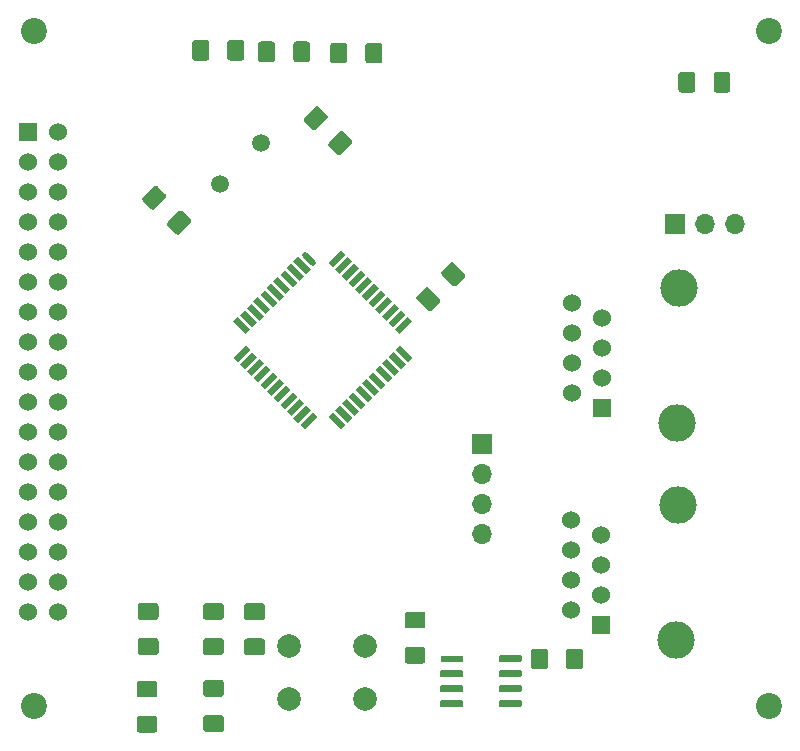
<source format=gbr>
%TF.GenerationSoftware,KiCad,Pcbnew,5.1.5-52549c5~84~ubuntu18.04.1*%
%TF.CreationDate,2020-01-27T10:34:20+01:00*%
%TF.ProjectId,sboxnet-modul,73626f78-6e65-4742-9d6d-6f64756c2e6b,rev?*%
%TF.SameCoordinates,Original*%
%TF.FileFunction,Soldermask,Top*%
%TF.FilePolarity,Negative*%
%FSLAX46Y46*%
G04 Gerber Fmt 4.6, Leading zero omitted, Abs format (unit mm)*
G04 Created by KiCad (PCBNEW 5.1.5-52549c5~84~ubuntu18.04.1) date 2020-01-27 10:34:20*
%MOMM*%
%LPD*%
G04 APERTURE LIST*
%ADD10C,3.170000*%
%ADD11R,1.524000X1.524000*%
%ADD12C,1.524000*%
%ADD13O,1.700000X1.700000*%
%ADD14R,1.700000X1.700000*%
%ADD15C,0.100000*%
%ADD16C,2.200000*%
%ADD17C,0.550000*%
%ADD18C,1.500000*%
%ADD19R,1.950000X0.600000*%
%ADD20C,2.000000*%
G04 APERTURE END LIST*
D10*
X143534460Y-92850000D03*
X143410000Y-104315000D03*
D11*
X137060000Y-103040000D03*
D12*
X134520000Y-101770000D03*
X137060000Y-100500000D03*
X134520000Y-99230000D03*
X137060000Y-97960000D03*
X137060000Y-95420000D03*
X134520000Y-96695000D03*
X134520000Y-94155000D03*
D13*
X148320000Y-87440000D03*
X145780000Y-87440000D03*
D14*
X143240000Y-87440000D03*
D10*
X143431260Y-111217000D03*
X143306800Y-122682000D03*
D11*
X136956800Y-121407000D03*
D12*
X134416800Y-120137000D03*
X136956800Y-118867000D03*
X134416800Y-117597000D03*
X136956800Y-116327000D03*
X136956800Y-113787000D03*
X134416800Y-115062000D03*
X134416800Y-112522000D03*
D15*
G36*
X132222504Y-123408404D02*
G01*
X132246773Y-123412004D01*
X132270571Y-123417965D01*
X132293671Y-123426230D01*
X132315849Y-123436720D01*
X132336893Y-123449333D01*
X132356598Y-123463947D01*
X132374777Y-123480423D01*
X132391253Y-123498602D01*
X132405867Y-123518307D01*
X132418480Y-123539351D01*
X132428970Y-123561529D01*
X132437235Y-123584629D01*
X132443196Y-123608427D01*
X132446796Y-123632696D01*
X132448000Y-123657200D01*
X132448000Y-124907200D01*
X132446796Y-124931704D01*
X132443196Y-124955973D01*
X132437235Y-124979771D01*
X132428970Y-125002871D01*
X132418480Y-125025049D01*
X132405867Y-125046093D01*
X132391253Y-125065798D01*
X132374777Y-125083977D01*
X132356598Y-125100453D01*
X132336893Y-125115067D01*
X132315849Y-125127680D01*
X132293671Y-125138170D01*
X132270571Y-125146435D01*
X132246773Y-125152396D01*
X132222504Y-125155996D01*
X132198000Y-125157200D01*
X131273000Y-125157200D01*
X131248496Y-125155996D01*
X131224227Y-125152396D01*
X131200429Y-125146435D01*
X131177329Y-125138170D01*
X131155151Y-125127680D01*
X131134107Y-125115067D01*
X131114402Y-125100453D01*
X131096223Y-125083977D01*
X131079747Y-125065798D01*
X131065133Y-125046093D01*
X131052520Y-125025049D01*
X131042030Y-125002871D01*
X131033765Y-124979771D01*
X131027804Y-124955973D01*
X131024204Y-124931704D01*
X131023000Y-124907200D01*
X131023000Y-123657200D01*
X131024204Y-123632696D01*
X131027804Y-123608427D01*
X131033765Y-123584629D01*
X131042030Y-123561529D01*
X131052520Y-123539351D01*
X131065133Y-123518307D01*
X131079747Y-123498602D01*
X131096223Y-123480423D01*
X131114402Y-123463947D01*
X131134107Y-123449333D01*
X131155151Y-123436720D01*
X131177329Y-123426230D01*
X131200429Y-123417965D01*
X131224227Y-123412004D01*
X131248496Y-123408404D01*
X131273000Y-123407200D01*
X132198000Y-123407200D01*
X132222504Y-123408404D01*
G37*
G36*
X135197504Y-123408404D02*
G01*
X135221773Y-123412004D01*
X135245571Y-123417965D01*
X135268671Y-123426230D01*
X135290849Y-123436720D01*
X135311893Y-123449333D01*
X135331598Y-123463947D01*
X135349777Y-123480423D01*
X135366253Y-123498602D01*
X135380867Y-123518307D01*
X135393480Y-123539351D01*
X135403970Y-123561529D01*
X135412235Y-123584629D01*
X135418196Y-123608427D01*
X135421796Y-123632696D01*
X135423000Y-123657200D01*
X135423000Y-124907200D01*
X135421796Y-124931704D01*
X135418196Y-124955973D01*
X135412235Y-124979771D01*
X135403970Y-125002871D01*
X135393480Y-125025049D01*
X135380867Y-125046093D01*
X135366253Y-125065798D01*
X135349777Y-125083977D01*
X135331598Y-125100453D01*
X135311893Y-125115067D01*
X135290849Y-125127680D01*
X135268671Y-125138170D01*
X135245571Y-125146435D01*
X135221773Y-125152396D01*
X135197504Y-125155996D01*
X135173000Y-125157200D01*
X134248000Y-125157200D01*
X134223496Y-125155996D01*
X134199227Y-125152396D01*
X134175429Y-125146435D01*
X134152329Y-125138170D01*
X134130151Y-125127680D01*
X134109107Y-125115067D01*
X134089402Y-125100453D01*
X134071223Y-125083977D01*
X134054747Y-125065798D01*
X134040133Y-125046093D01*
X134027520Y-125025049D01*
X134017030Y-125002871D01*
X134008765Y-124979771D01*
X134002804Y-124955973D01*
X133999204Y-124931704D01*
X133998000Y-124907200D01*
X133998000Y-123657200D01*
X133999204Y-123632696D01*
X134002804Y-123608427D01*
X134008765Y-123584629D01*
X134017030Y-123561529D01*
X134027520Y-123539351D01*
X134040133Y-123518307D01*
X134054747Y-123498602D01*
X134071223Y-123480423D01*
X134089402Y-123463947D01*
X134109107Y-123449333D01*
X134130151Y-123436720D01*
X134152329Y-123426230D01*
X134175429Y-123417965D01*
X134199227Y-123412004D01*
X134223496Y-123408404D01*
X134248000Y-123407200D01*
X135173000Y-123407200D01*
X135197504Y-123408404D01*
G37*
D16*
X88900000Y-71120000D03*
X88900000Y-128270000D03*
X151130000Y-128270000D03*
X151130000Y-71120000D03*
D15*
G36*
X114251806Y-91122448D02*
G01*
X113862898Y-90733540D01*
X114923558Y-89672880D01*
X115312466Y-90061788D01*
X114251806Y-91122448D01*
G37*
G36*
X114817491Y-91688134D02*
G01*
X114428583Y-91299226D01*
X115489243Y-90238566D01*
X115878151Y-90627474D01*
X114817491Y-91688134D01*
G37*
G36*
X115383176Y-92253819D02*
G01*
X114994268Y-91864911D01*
X116054928Y-90804251D01*
X116443836Y-91193159D01*
X115383176Y-92253819D01*
G37*
G36*
X115948862Y-92819504D02*
G01*
X115559954Y-92430596D01*
X116620614Y-91369936D01*
X117009522Y-91758844D01*
X115948862Y-92819504D01*
G37*
G36*
X116514547Y-93385190D02*
G01*
X116125639Y-92996282D01*
X117186299Y-91935622D01*
X117575207Y-92324530D01*
X116514547Y-93385190D01*
G37*
G36*
X117080233Y-93950875D02*
G01*
X116691325Y-93561967D01*
X117751985Y-92501307D01*
X118140893Y-92890215D01*
X117080233Y-93950875D01*
G37*
G36*
X117645918Y-94516561D02*
G01*
X117257010Y-94127653D01*
X118317670Y-93066993D01*
X118706578Y-93455901D01*
X117645918Y-94516561D01*
G37*
G36*
X118211604Y-95082246D02*
G01*
X117822696Y-94693338D01*
X118883356Y-93632678D01*
X119272264Y-94021586D01*
X118211604Y-95082246D01*
G37*
G36*
X118777289Y-95647932D02*
G01*
X118388381Y-95259024D01*
X119449041Y-94198364D01*
X119837949Y-94587272D01*
X118777289Y-95647932D01*
G37*
G36*
X119342974Y-96213617D02*
G01*
X118954066Y-95824709D01*
X120014726Y-94764049D01*
X120403634Y-95152957D01*
X119342974Y-96213617D01*
G37*
G36*
X119908660Y-96779302D02*
G01*
X119519752Y-96390394D01*
X120580412Y-95329734D01*
X120969320Y-95718642D01*
X119908660Y-96779302D01*
G37*
G36*
X119519752Y-98122806D02*
G01*
X119908660Y-97733898D01*
X120969320Y-98794558D01*
X120580412Y-99183466D01*
X119519752Y-98122806D01*
G37*
G36*
X118954066Y-98688491D02*
G01*
X119342974Y-98299583D01*
X120403634Y-99360243D01*
X120014726Y-99749151D01*
X118954066Y-98688491D01*
G37*
G36*
X118388381Y-99254176D02*
G01*
X118777289Y-98865268D01*
X119837949Y-99925928D01*
X119449041Y-100314836D01*
X118388381Y-99254176D01*
G37*
G36*
X117822696Y-99819862D02*
G01*
X118211604Y-99430954D01*
X119272264Y-100491614D01*
X118883356Y-100880522D01*
X117822696Y-99819862D01*
G37*
G36*
X117257010Y-100385547D02*
G01*
X117645918Y-99996639D01*
X118706578Y-101057299D01*
X118317670Y-101446207D01*
X117257010Y-100385547D01*
G37*
G36*
X116691325Y-100951233D02*
G01*
X117080233Y-100562325D01*
X118140893Y-101622985D01*
X117751985Y-102011893D01*
X116691325Y-100951233D01*
G37*
G36*
X116125639Y-101516918D02*
G01*
X116514547Y-101128010D01*
X117575207Y-102188670D01*
X117186299Y-102577578D01*
X116125639Y-101516918D01*
G37*
G36*
X115559954Y-102082604D02*
G01*
X115948862Y-101693696D01*
X117009522Y-102754356D01*
X116620614Y-103143264D01*
X115559954Y-102082604D01*
G37*
G36*
X114994268Y-102648289D02*
G01*
X115383176Y-102259381D01*
X116443836Y-103320041D01*
X116054928Y-103708949D01*
X114994268Y-102648289D01*
G37*
G36*
X114428583Y-103213974D02*
G01*
X114817491Y-102825066D01*
X115878151Y-103885726D01*
X115489243Y-104274634D01*
X114428583Y-103213974D01*
G37*
G36*
X113862898Y-103779660D02*
G01*
X114251806Y-103390752D01*
X115312466Y-104451412D01*
X114923558Y-104840320D01*
X113862898Y-103779660D01*
G37*
G36*
X111847642Y-104840320D02*
G01*
X111458734Y-104451412D01*
X112519394Y-103390752D01*
X112908302Y-103779660D01*
X111847642Y-104840320D01*
G37*
G36*
X111281957Y-104274634D02*
G01*
X110893049Y-103885726D01*
X111953709Y-102825066D01*
X112342617Y-103213974D01*
X111281957Y-104274634D01*
G37*
G36*
X110716272Y-103708949D02*
G01*
X110327364Y-103320041D01*
X111388024Y-102259381D01*
X111776932Y-102648289D01*
X110716272Y-103708949D01*
G37*
G36*
X110150586Y-103143264D02*
G01*
X109761678Y-102754356D01*
X110822338Y-101693696D01*
X111211246Y-102082604D01*
X110150586Y-103143264D01*
G37*
G36*
X109584901Y-102577578D02*
G01*
X109195993Y-102188670D01*
X110256653Y-101128010D01*
X110645561Y-101516918D01*
X109584901Y-102577578D01*
G37*
G36*
X109019215Y-102011893D02*
G01*
X108630307Y-101622985D01*
X109690967Y-100562325D01*
X110079875Y-100951233D01*
X109019215Y-102011893D01*
G37*
G36*
X108453530Y-101446207D02*
G01*
X108064622Y-101057299D01*
X109125282Y-99996639D01*
X109514190Y-100385547D01*
X108453530Y-101446207D01*
G37*
G36*
X107887844Y-100880522D02*
G01*
X107498936Y-100491614D01*
X108559596Y-99430954D01*
X108948504Y-99819862D01*
X107887844Y-100880522D01*
G37*
G36*
X107322159Y-100314836D02*
G01*
X106933251Y-99925928D01*
X107993911Y-98865268D01*
X108382819Y-99254176D01*
X107322159Y-100314836D01*
G37*
G36*
X106756474Y-99749151D02*
G01*
X106367566Y-99360243D01*
X107428226Y-98299583D01*
X107817134Y-98688491D01*
X106756474Y-99749151D01*
G37*
G36*
X106190788Y-99183466D02*
G01*
X105801880Y-98794558D01*
X106862540Y-97733898D01*
X107251448Y-98122806D01*
X106190788Y-99183466D01*
G37*
G36*
X105801880Y-95718642D02*
G01*
X106190788Y-95329734D01*
X107251448Y-96390394D01*
X106862540Y-96779302D01*
X105801880Y-95718642D01*
G37*
G36*
X106367566Y-95152957D02*
G01*
X106756474Y-94764049D01*
X107817134Y-95824709D01*
X107428226Y-96213617D01*
X106367566Y-95152957D01*
G37*
G36*
X106933251Y-94587272D02*
G01*
X107322159Y-94198364D01*
X108382819Y-95259024D01*
X107993911Y-95647932D01*
X106933251Y-94587272D01*
G37*
G36*
X107498936Y-94021586D02*
G01*
X107887844Y-93632678D01*
X108948504Y-94693338D01*
X108559596Y-95082246D01*
X107498936Y-94021586D01*
G37*
G36*
X108064622Y-93455901D02*
G01*
X108453530Y-93066993D01*
X109514190Y-94127653D01*
X109125282Y-94516561D01*
X108064622Y-93455901D01*
G37*
G36*
X108630307Y-92890215D02*
G01*
X109019215Y-92501307D01*
X110079875Y-93561967D01*
X109690967Y-93950875D01*
X108630307Y-92890215D01*
G37*
G36*
X109195993Y-92324530D02*
G01*
X109584901Y-91935622D01*
X110645561Y-92996282D01*
X110256653Y-93385190D01*
X109195993Y-92324530D01*
G37*
G36*
X109761678Y-91758844D02*
G01*
X110150586Y-91369936D01*
X111211246Y-92430596D01*
X110822338Y-92819504D01*
X109761678Y-91758844D01*
G37*
G36*
X110327364Y-91193159D02*
G01*
X110716272Y-90804251D01*
X111776932Y-91864911D01*
X111388024Y-92253819D01*
X110327364Y-91193159D01*
G37*
G36*
X110893049Y-90627474D02*
G01*
X111281957Y-90238566D01*
X112342617Y-91299226D01*
X111953709Y-91688134D01*
X110893049Y-90627474D01*
G37*
D17*
X111847642Y-90061788D02*
X112519394Y-90733540D01*
D18*
X108140681Y-80619319D03*
X104690000Y-84070000D03*
D15*
G36*
X115011230Y-79604046D02*
G01*
X115035499Y-79607646D01*
X115059297Y-79613607D01*
X115082397Y-79621872D01*
X115104575Y-79632362D01*
X115125619Y-79644975D01*
X115145324Y-79659589D01*
X115163503Y-79676065D01*
X115817577Y-80330139D01*
X115834053Y-80348318D01*
X115848667Y-80368023D01*
X115861280Y-80389067D01*
X115871770Y-80411245D01*
X115880035Y-80434345D01*
X115885996Y-80458143D01*
X115889596Y-80482412D01*
X115890800Y-80506916D01*
X115889596Y-80531420D01*
X115885996Y-80555689D01*
X115880035Y-80579487D01*
X115871770Y-80602587D01*
X115861280Y-80624765D01*
X115848667Y-80645809D01*
X115834053Y-80665514D01*
X115817577Y-80683693D01*
X114933693Y-81567577D01*
X114915514Y-81584053D01*
X114895809Y-81598667D01*
X114874765Y-81611280D01*
X114852587Y-81621770D01*
X114829487Y-81630035D01*
X114805689Y-81635996D01*
X114781420Y-81639596D01*
X114756916Y-81640800D01*
X114732412Y-81639596D01*
X114708143Y-81635996D01*
X114684345Y-81630035D01*
X114661245Y-81621770D01*
X114639067Y-81611280D01*
X114618023Y-81598667D01*
X114598318Y-81584053D01*
X114580139Y-81567577D01*
X113926065Y-80913503D01*
X113909589Y-80895324D01*
X113894975Y-80875619D01*
X113882362Y-80854575D01*
X113871872Y-80832397D01*
X113863607Y-80809297D01*
X113857646Y-80785499D01*
X113854046Y-80761230D01*
X113852842Y-80736726D01*
X113854046Y-80712222D01*
X113857646Y-80687953D01*
X113863607Y-80664155D01*
X113871872Y-80641055D01*
X113882362Y-80618877D01*
X113894975Y-80597833D01*
X113909589Y-80578128D01*
X113926065Y-80559949D01*
X114809949Y-79676065D01*
X114828128Y-79659589D01*
X114847833Y-79644975D01*
X114868877Y-79632362D01*
X114891055Y-79621872D01*
X114914155Y-79613607D01*
X114937953Y-79607646D01*
X114962222Y-79604046D01*
X114986726Y-79602842D01*
X115011230Y-79604046D01*
G37*
G36*
X112907588Y-77500404D02*
G01*
X112931857Y-77504004D01*
X112955655Y-77509965D01*
X112978755Y-77518230D01*
X113000933Y-77528720D01*
X113021977Y-77541333D01*
X113041682Y-77555947D01*
X113059861Y-77572423D01*
X113713935Y-78226497D01*
X113730411Y-78244676D01*
X113745025Y-78264381D01*
X113757638Y-78285425D01*
X113768128Y-78307603D01*
X113776393Y-78330703D01*
X113782354Y-78354501D01*
X113785954Y-78378770D01*
X113787158Y-78403274D01*
X113785954Y-78427778D01*
X113782354Y-78452047D01*
X113776393Y-78475845D01*
X113768128Y-78498945D01*
X113757638Y-78521123D01*
X113745025Y-78542167D01*
X113730411Y-78561872D01*
X113713935Y-78580051D01*
X112830051Y-79463935D01*
X112811872Y-79480411D01*
X112792167Y-79495025D01*
X112771123Y-79507638D01*
X112748945Y-79518128D01*
X112725845Y-79526393D01*
X112702047Y-79532354D01*
X112677778Y-79535954D01*
X112653274Y-79537158D01*
X112628770Y-79535954D01*
X112604501Y-79532354D01*
X112580703Y-79526393D01*
X112557603Y-79518128D01*
X112535425Y-79507638D01*
X112514381Y-79495025D01*
X112494676Y-79480411D01*
X112476497Y-79463935D01*
X111822423Y-78809861D01*
X111805947Y-78791682D01*
X111791333Y-78771977D01*
X111778720Y-78750933D01*
X111768230Y-78728755D01*
X111759965Y-78705655D01*
X111754004Y-78681857D01*
X111750404Y-78657588D01*
X111749200Y-78633084D01*
X111750404Y-78608580D01*
X111754004Y-78584311D01*
X111759965Y-78560513D01*
X111768230Y-78537413D01*
X111778720Y-78515235D01*
X111791333Y-78494191D01*
X111805947Y-78474486D01*
X111822423Y-78456307D01*
X112706307Y-77572423D01*
X112724486Y-77555947D01*
X112744191Y-77541333D01*
X112765235Y-77528720D01*
X112787413Y-77518230D01*
X112810513Y-77509965D01*
X112834311Y-77504004D01*
X112858580Y-77500404D01*
X112883084Y-77499200D01*
X112907588Y-77500404D01*
G37*
G36*
X99257588Y-84220404D02*
G01*
X99281857Y-84224004D01*
X99305655Y-84229965D01*
X99328755Y-84238230D01*
X99350933Y-84248720D01*
X99371977Y-84261333D01*
X99391682Y-84275947D01*
X99409861Y-84292423D01*
X100063935Y-84946497D01*
X100080411Y-84964676D01*
X100095025Y-84984381D01*
X100107638Y-85005425D01*
X100118128Y-85027603D01*
X100126393Y-85050703D01*
X100132354Y-85074501D01*
X100135954Y-85098770D01*
X100137158Y-85123274D01*
X100135954Y-85147778D01*
X100132354Y-85172047D01*
X100126393Y-85195845D01*
X100118128Y-85218945D01*
X100107638Y-85241123D01*
X100095025Y-85262167D01*
X100080411Y-85281872D01*
X100063935Y-85300051D01*
X99180051Y-86183935D01*
X99161872Y-86200411D01*
X99142167Y-86215025D01*
X99121123Y-86227638D01*
X99098945Y-86238128D01*
X99075845Y-86246393D01*
X99052047Y-86252354D01*
X99027778Y-86255954D01*
X99003274Y-86257158D01*
X98978770Y-86255954D01*
X98954501Y-86252354D01*
X98930703Y-86246393D01*
X98907603Y-86238128D01*
X98885425Y-86227638D01*
X98864381Y-86215025D01*
X98844676Y-86200411D01*
X98826497Y-86183935D01*
X98172423Y-85529861D01*
X98155947Y-85511682D01*
X98141333Y-85491977D01*
X98128720Y-85470933D01*
X98118230Y-85448755D01*
X98109965Y-85425655D01*
X98104004Y-85401857D01*
X98100404Y-85377588D01*
X98099200Y-85353084D01*
X98100404Y-85328580D01*
X98104004Y-85304311D01*
X98109965Y-85280513D01*
X98118230Y-85257413D01*
X98128720Y-85235235D01*
X98141333Y-85214191D01*
X98155947Y-85194486D01*
X98172423Y-85176307D01*
X99056307Y-84292423D01*
X99074486Y-84275947D01*
X99094191Y-84261333D01*
X99115235Y-84248720D01*
X99137413Y-84238230D01*
X99160513Y-84229965D01*
X99184311Y-84224004D01*
X99208580Y-84220404D01*
X99233084Y-84219200D01*
X99257588Y-84220404D01*
G37*
G36*
X101361230Y-86324046D02*
G01*
X101385499Y-86327646D01*
X101409297Y-86333607D01*
X101432397Y-86341872D01*
X101454575Y-86352362D01*
X101475619Y-86364975D01*
X101495324Y-86379589D01*
X101513503Y-86396065D01*
X102167577Y-87050139D01*
X102184053Y-87068318D01*
X102198667Y-87088023D01*
X102211280Y-87109067D01*
X102221770Y-87131245D01*
X102230035Y-87154345D01*
X102235996Y-87178143D01*
X102239596Y-87202412D01*
X102240800Y-87226916D01*
X102239596Y-87251420D01*
X102235996Y-87275689D01*
X102230035Y-87299487D01*
X102221770Y-87322587D01*
X102211280Y-87344765D01*
X102198667Y-87365809D01*
X102184053Y-87385514D01*
X102167577Y-87403693D01*
X101283693Y-88287577D01*
X101265514Y-88304053D01*
X101245809Y-88318667D01*
X101224765Y-88331280D01*
X101202587Y-88341770D01*
X101179487Y-88350035D01*
X101155689Y-88355996D01*
X101131420Y-88359596D01*
X101106916Y-88360800D01*
X101082412Y-88359596D01*
X101058143Y-88355996D01*
X101034345Y-88350035D01*
X101011245Y-88341770D01*
X100989067Y-88331280D01*
X100968023Y-88318667D01*
X100948318Y-88304053D01*
X100930139Y-88287577D01*
X100276065Y-87633503D01*
X100259589Y-87615324D01*
X100244975Y-87595619D01*
X100232362Y-87574575D01*
X100221872Y-87552397D01*
X100213607Y-87529297D01*
X100207646Y-87505499D01*
X100204046Y-87481230D01*
X100202842Y-87456726D01*
X100204046Y-87432222D01*
X100207646Y-87407953D01*
X100213607Y-87384155D01*
X100221872Y-87361055D01*
X100232362Y-87338877D01*
X100244975Y-87317833D01*
X100259589Y-87298128D01*
X100276065Y-87279949D01*
X101159949Y-86396065D01*
X101178128Y-86379589D01*
X101197833Y-86364975D01*
X101218877Y-86352362D01*
X101241055Y-86341872D01*
X101264155Y-86333607D01*
X101287953Y-86327646D01*
X101312222Y-86324046D01*
X101336726Y-86322842D01*
X101361230Y-86324046D01*
G37*
G36*
X103533204Y-71884504D02*
G01*
X103557473Y-71888104D01*
X103581271Y-71894065D01*
X103604371Y-71902330D01*
X103626549Y-71912820D01*
X103647593Y-71925433D01*
X103667298Y-71940047D01*
X103685477Y-71956523D01*
X103701953Y-71974702D01*
X103716567Y-71994407D01*
X103729180Y-72015451D01*
X103739670Y-72037629D01*
X103747935Y-72060729D01*
X103753896Y-72084527D01*
X103757496Y-72108796D01*
X103758700Y-72133300D01*
X103758700Y-73383300D01*
X103757496Y-73407804D01*
X103753896Y-73432073D01*
X103747935Y-73455871D01*
X103739670Y-73478971D01*
X103729180Y-73501149D01*
X103716567Y-73522193D01*
X103701953Y-73541898D01*
X103685477Y-73560077D01*
X103667298Y-73576553D01*
X103647593Y-73591167D01*
X103626549Y-73603780D01*
X103604371Y-73614270D01*
X103581271Y-73622535D01*
X103557473Y-73628496D01*
X103533204Y-73632096D01*
X103508700Y-73633300D01*
X102583700Y-73633300D01*
X102559196Y-73632096D01*
X102534927Y-73628496D01*
X102511129Y-73622535D01*
X102488029Y-73614270D01*
X102465851Y-73603780D01*
X102444807Y-73591167D01*
X102425102Y-73576553D01*
X102406923Y-73560077D01*
X102390447Y-73541898D01*
X102375833Y-73522193D01*
X102363220Y-73501149D01*
X102352730Y-73478971D01*
X102344465Y-73455871D01*
X102338504Y-73432073D01*
X102334904Y-73407804D01*
X102333700Y-73383300D01*
X102333700Y-72133300D01*
X102334904Y-72108796D01*
X102338504Y-72084527D01*
X102344465Y-72060729D01*
X102352730Y-72037629D01*
X102363220Y-72015451D01*
X102375833Y-71994407D01*
X102390447Y-71974702D01*
X102406923Y-71956523D01*
X102425102Y-71940047D01*
X102444807Y-71925433D01*
X102465851Y-71912820D01*
X102488029Y-71902330D01*
X102511129Y-71894065D01*
X102534927Y-71888104D01*
X102559196Y-71884504D01*
X102583700Y-71883300D01*
X103508700Y-71883300D01*
X103533204Y-71884504D01*
G37*
G36*
X106508204Y-71884504D02*
G01*
X106532473Y-71888104D01*
X106556271Y-71894065D01*
X106579371Y-71902330D01*
X106601549Y-71912820D01*
X106622593Y-71925433D01*
X106642298Y-71940047D01*
X106660477Y-71956523D01*
X106676953Y-71974702D01*
X106691567Y-71994407D01*
X106704180Y-72015451D01*
X106714670Y-72037629D01*
X106722935Y-72060729D01*
X106728896Y-72084527D01*
X106732496Y-72108796D01*
X106733700Y-72133300D01*
X106733700Y-73383300D01*
X106732496Y-73407804D01*
X106728896Y-73432073D01*
X106722935Y-73455871D01*
X106714670Y-73478971D01*
X106704180Y-73501149D01*
X106691567Y-73522193D01*
X106676953Y-73541898D01*
X106660477Y-73560077D01*
X106642298Y-73576553D01*
X106622593Y-73591167D01*
X106601549Y-73603780D01*
X106579371Y-73614270D01*
X106556271Y-73622535D01*
X106532473Y-73628496D01*
X106508204Y-73632096D01*
X106483700Y-73633300D01*
X105558700Y-73633300D01*
X105534196Y-73632096D01*
X105509927Y-73628496D01*
X105486129Y-73622535D01*
X105463029Y-73614270D01*
X105440851Y-73603780D01*
X105419807Y-73591167D01*
X105400102Y-73576553D01*
X105381923Y-73560077D01*
X105365447Y-73541898D01*
X105350833Y-73522193D01*
X105338220Y-73501149D01*
X105327730Y-73478971D01*
X105319465Y-73455871D01*
X105313504Y-73432073D01*
X105309904Y-73407804D01*
X105308700Y-73383300D01*
X105308700Y-72133300D01*
X105309904Y-72108796D01*
X105313504Y-72084527D01*
X105319465Y-72060729D01*
X105327730Y-72037629D01*
X105338220Y-72015451D01*
X105350833Y-71994407D01*
X105365447Y-71974702D01*
X105381923Y-71956523D01*
X105400102Y-71940047D01*
X105419807Y-71925433D01*
X105440851Y-71912820D01*
X105463029Y-71902330D01*
X105486129Y-71894065D01*
X105509927Y-71888104D01*
X105534196Y-71884504D01*
X105558700Y-71883300D01*
X106483700Y-71883300D01*
X106508204Y-71884504D01*
G37*
G36*
X130086103Y-123982922D02*
G01*
X130100664Y-123985082D01*
X130114943Y-123988659D01*
X130128803Y-123993618D01*
X130142110Y-123999912D01*
X130154736Y-124007480D01*
X130166559Y-124016248D01*
X130177466Y-124026134D01*
X130187352Y-124037041D01*
X130196120Y-124048864D01*
X130203688Y-124061490D01*
X130209982Y-124074797D01*
X130214941Y-124088657D01*
X130218518Y-124102936D01*
X130220678Y-124117497D01*
X130221400Y-124132200D01*
X130221400Y-124432200D01*
X130220678Y-124446903D01*
X130218518Y-124461464D01*
X130214941Y-124475743D01*
X130209982Y-124489603D01*
X130203688Y-124502910D01*
X130196120Y-124515536D01*
X130187352Y-124527359D01*
X130177466Y-124538266D01*
X130166559Y-124548152D01*
X130154736Y-124556920D01*
X130142110Y-124564488D01*
X130128803Y-124570782D01*
X130114943Y-124575741D01*
X130100664Y-124579318D01*
X130086103Y-124581478D01*
X130071400Y-124582200D01*
X128421400Y-124582200D01*
X128406697Y-124581478D01*
X128392136Y-124579318D01*
X128377857Y-124575741D01*
X128363997Y-124570782D01*
X128350690Y-124564488D01*
X128338064Y-124556920D01*
X128326241Y-124548152D01*
X128315334Y-124538266D01*
X128305448Y-124527359D01*
X128296680Y-124515536D01*
X128289112Y-124502910D01*
X128282818Y-124489603D01*
X128277859Y-124475743D01*
X128274282Y-124461464D01*
X128272122Y-124446903D01*
X128271400Y-124432200D01*
X128271400Y-124132200D01*
X128272122Y-124117497D01*
X128274282Y-124102936D01*
X128277859Y-124088657D01*
X128282818Y-124074797D01*
X128289112Y-124061490D01*
X128296680Y-124048864D01*
X128305448Y-124037041D01*
X128315334Y-124026134D01*
X128326241Y-124016248D01*
X128338064Y-124007480D01*
X128350690Y-123999912D01*
X128363997Y-123993618D01*
X128377857Y-123988659D01*
X128392136Y-123985082D01*
X128406697Y-123982922D01*
X128421400Y-123982200D01*
X130071400Y-123982200D01*
X130086103Y-123982922D01*
G37*
G36*
X130086103Y-125252922D02*
G01*
X130100664Y-125255082D01*
X130114943Y-125258659D01*
X130128803Y-125263618D01*
X130142110Y-125269912D01*
X130154736Y-125277480D01*
X130166559Y-125286248D01*
X130177466Y-125296134D01*
X130187352Y-125307041D01*
X130196120Y-125318864D01*
X130203688Y-125331490D01*
X130209982Y-125344797D01*
X130214941Y-125358657D01*
X130218518Y-125372936D01*
X130220678Y-125387497D01*
X130221400Y-125402200D01*
X130221400Y-125702200D01*
X130220678Y-125716903D01*
X130218518Y-125731464D01*
X130214941Y-125745743D01*
X130209982Y-125759603D01*
X130203688Y-125772910D01*
X130196120Y-125785536D01*
X130187352Y-125797359D01*
X130177466Y-125808266D01*
X130166559Y-125818152D01*
X130154736Y-125826920D01*
X130142110Y-125834488D01*
X130128803Y-125840782D01*
X130114943Y-125845741D01*
X130100664Y-125849318D01*
X130086103Y-125851478D01*
X130071400Y-125852200D01*
X128421400Y-125852200D01*
X128406697Y-125851478D01*
X128392136Y-125849318D01*
X128377857Y-125845741D01*
X128363997Y-125840782D01*
X128350690Y-125834488D01*
X128338064Y-125826920D01*
X128326241Y-125818152D01*
X128315334Y-125808266D01*
X128305448Y-125797359D01*
X128296680Y-125785536D01*
X128289112Y-125772910D01*
X128282818Y-125759603D01*
X128277859Y-125745743D01*
X128274282Y-125731464D01*
X128272122Y-125716903D01*
X128271400Y-125702200D01*
X128271400Y-125402200D01*
X128272122Y-125387497D01*
X128274282Y-125372936D01*
X128277859Y-125358657D01*
X128282818Y-125344797D01*
X128289112Y-125331490D01*
X128296680Y-125318864D01*
X128305448Y-125307041D01*
X128315334Y-125296134D01*
X128326241Y-125286248D01*
X128338064Y-125277480D01*
X128350690Y-125269912D01*
X128363997Y-125263618D01*
X128377857Y-125258659D01*
X128392136Y-125255082D01*
X128406697Y-125252922D01*
X128421400Y-125252200D01*
X130071400Y-125252200D01*
X130086103Y-125252922D01*
G37*
G36*
X130086103Y-126522922D02*
G01*
X130100664Y-126525082D01*
X130114943Y-126528659D01*
X130128803Y-126533618D01*
X130142110Y-126539912D01*
X130154736Y-126547480D01*
X130166559Y-126556248D01*
X130177466Y-126566134D01*
X130187352Y-126577041D01*
X130196120Y-126588864D01*
X130203688Y-126601490D01*
X130209982Y-126614797D01*
X130214941Y-126628657D01*
X130218518Y-126642936D01*
X130220678Y-126657497D01*
X130221400Y-126672200D01*
X130221400Y-126972200D01*
X130220678Y-126986903D01*
X130218518Y-127001464D01*
X130214941Y-127015743D01*
X130209982Y-127029603D01*
X130203688Y-127042910D01*
X130196120Y-127055536D01*
X130187352Y-127067359D01*
X130177466Y-127078266D01*
X130166559Y-127088152D01*
X130154736Y-127096920D01*
X130142110Y-127104488D01*
X130128803Y-127110782D01*
X130114943Y-127115741D01*
X130100664Y-127119318D01*
X130086103Y-127121478D01*
X130071400Y-127122200D01*
X128421400Y-127122200D01*
X128406697Y-127121478D01*
X128392136Y-127119318D01*
X128377857Y-127115741D01*
X128363997Y-127110782D01*
X128350690Y-127104488D01*
X128338064Y-127096920D01*
X128326241Y-127088152D01*
X128315334Y-127078266D01*
X128305448Y-127067359D01*
X128296680Y-127055536D01*
X128289112Y-127042910D01*
X128282818Y-127029603D01*
X128277859Y-127015743D01*
X128274282Y-127001464D01*
X128272122Y-126986903D01*
X128271400Y-126972200D01*
X128271400Y-126672200D01*
X128272122Y-126657497D01*
X128274282Y-126642936D01*
X128277859Y-126628657D01*
X128282818Y-126614797D01*
X128289112Y-126601490D01*
X128296680Y-126588864D01*
X128305448Y-126577041D01*
X128315334Y-126566134D01*
X128326241Y-126556248D01*
X128338064Y-126547480D01*
X128350690Y-126539912D01*
X128363997Y-126533618D01*
X128377857Y-126528659D01*
X128392136Y-126525082D01*
X128406697Y-126522922D01*
X128421400Y-126522200D01*
X130071400Y-126522200D01*
X130086103Y-126522922D01*
G37*
G36*
X130086103Y-127792922D02*
G01*
X130100664Y-127795082D01*
X130114943Y-127798659D01*
X130128803Y-127803618D01*
X130142110Y-127809912D01*
X130154736Y-127817480D01*
X130166559Y-127826248D01*
X130177466Y-127836134D01*
X130187352Y-127847041D01*
X130196120Y-127858864D01*
X130203688Y-127871490D01*
X130209982Y-127884797D01*
X130214941Y-127898657D01*
X130218518Y-127912936D01*
X130220678Y-127927497D01*
X130221400Y-127942200D01*
X130221400Y-128242200D01*
X130220678Y-128256903D01*
X130218518Y-128271464D01*
X130214941Y-128285743D01*
X130209982Y-128299603D01*
X130203688Y-128312910D01*
X130196120Y-128325536D01*
X130187352Y-128337359D01*
X130177466Y-128348266D01*
X130166559Y-128358152D01*
X130154736Y-128366920D01*
X130142110Y-128374488D01*
X130128803Y-128380782D01*
X130114943Y-128385741D01*
X130100664Y-128389318D01*
X130086103Y-128391478D01*
X130071400Y-128392200D01*
X128421400Y-128392200D01*
X128406697Y-128391478D01*
X128392136Y-128389318D01*
X128377857Y-128385741D01*
X128363997Y-128380782D01*
X128350690Y-128374488D01*
X128338064Y-128366920D01*
X128326241Y-128358152D01*
X128315334Y-128348266D01*
X128305448Y-128337359D01*
X128296680Y-128325536D01*
X128289112Y-128312910D01*
X128282818Y-128299603D01*
X128277859Y-128285743D01*
X128274282Y-128271464D01*
X128272122Y-128256903D01*
X128271400Y-128242200D01*
X128271400Y-127942200D01*
X128272122Y-127927497D01*
X128274282Y-127912936D01*
X128277859Y-127898657D01*
X128282818Y-127884797D01*
X128289112Y-127871490D01*
X128296680Y-127858864D01*
X128305448Y-127847041D01*
X128315334Y-127836134D01*
X128326241Y-127826248D01*
X128338064Y-127817480D01*
X128350690Y-127809912D01*
X128363997Y-127803618D01*
X128377857Y-127798659D01*
X128392136Y-127795082D01*
X128406697Y-127792922D01*
X128421400Y-127792200D01*
X130071400Y-127792200D01*
X130086103Y-127792922D01*
G37*
G36*
X125136103Y-127792922D02*
G01*
X125150664Y-127795082D01*
X125164943Y-127798659D01*
X125178803Y-127803618D01*
X125192110Y-127809912D01*
X125204736Y-127817480D01*
X125216559Y-127826248D01*
X125227466Y-127836134D01*
X125237352Y-127847041D01*
X125246120Y-127858864D01*
X125253688Y-127871490D01*
X125259982Y-127884797D01*
X125264941Y-127898657D01*
X125268518Y-127912936D01*
X125270678Y-127927497D01*
X125271400Y-127942200D01*
X125271400Y-128242200D01*
X125270678Y-128256903D01*
X125268518Y-128271464D01*
X125264941Y-128285743D01*
X125259982Y-128299603D01*
X125253688Y-128312910D01*
X125246120Y-128325536D01*
X125237352Y-128337359D01*
X125227466Y-128348266D01*
X125216559Y-128358152D01*
X125204736Y-128366920D01*
X125192110Y-128374488D01*
X125178803Y-128380782D01*
X125164943Y-128385741D01*
X125150664Y-128389318D01*
X125136103Y-128391478D01*
X125121400Y-128392200D01*
X123471400Y-128392200D01*
X123456697Y-128391478D01*
X123442136Y-128389318D01*
X123427857Y-128385741D01*
X123413997Y-128380782D01*
X123400690Y-128374488D01*
X123388064Y-128366920D01*
X123376241Y-128358152D01*
X123365334Y-128348266D01*
X123355448Y-128337359D01*
X123346680Y-128325536D01*
X123339112Y-128312910D01*
X123332818Y-128299603D01*
X123327859Y-128285743D01*
X123324282Y-128271464D01*
X123322122Y-128256903D01*
X123321400Y-128242200D01*
X123321400Y-127942200D01*
X123322122Y-127927497D01*
X123324282Y-127912936D01*
X123327859Y-127898657D01*
X123332818Y-127884797D01*
X123339112Y-127871490D01*
X123346680Y-127858864D01*
X123355448Y-127847041D01*
X123365334Y-127836134D01*
X123376241Y-127826248D01*
X123388064Y-127817480D01*
X123400690Y-127809912D01*
X123413997Y-127803618D01*
X123427857Y-127798659D01*
X123442136Y-127795082D01*
X123456697Y-127792922D01*
X123471400Y-127792200D01*
X125121400Y-127792200D01*
X125136103Y-127792922D01*
G37*
G36*
X125136103Y-126522922D02*
G01*
X125150664Y-126525082D01*
X125164943Y-126528659D01*
X125178803Y-126533618D01*
X125192110Y-126539912D01*
X125204736Y-126547480D01*
X125216559Y-126556248D01*
X125227466Y-126566134D01*
X125237352Y-126577041D01*
X125246120Y-126588864D01*
X125253688Y-126601490D01*
X125259982Y-126614797D01*
X125264941Y-126628657D01*
X125268518Y-126642936D01*
X125270678Y-126657497D01*
X125271400Y-126672200D01*
X125271400Y-126972200D01*
X125270678Y-126986903D01*
X125268518Y-127001464D01*
X125264941Y-127015743D01*
X125259982Y-127029603D01*
X125253688Y-127042910D01*
X125246120Y-127055536D01*
X125237352Y-127067359D01*
X125227466Y-127078266D01*
X125216559Y-127088152D01*
X125204736Y-127096920D01*
X125192110Y-127104488D01*
X125178803Y-127110782D01*
X125164943Y-127115741D01*
X125150664Y-127119318D01*
X125136103Y-127121478D01*
X125121400Y-127122200D01*
X123471400Y-127122200D01*
X123456697Y-127121478D01*
X123442136Y-127119318D01*
X123427857Y-127115741D01*
X123413997Y-127110782D01*
X123400690Y-127104488D01*
X123388064Y-127096920D01*
X123376241Y-127088152D01*
X123365334Y-127078266D01*
X123355448Y-127067359D01*
X123346680Y-127055536D01*
X123339112Y-127042910D01*
X123332818Y-127029603D01*
X123327859Y-127015743D01*
X123324282Y-127001464D01*
X123322122Y-126986903D01*
X123321400Y-126972200D01*
X123321400Y-126672200D01*
X123322122Y-126657497D01*
X123324282Y-126642936D01*
X123327859Y-126628657D01*
X123332818Y-126614797D01*
X123339112Y-126601490D01*
X123346680Y-126588864D01*
X123355448Y-126577041D01*
X123365334Y-126566134D01*
X123376241Y-126556248D01*
X123388064Y-126547480D01*
X123400690Y-126539912D01*
X123413997Y-126533618D01*
X123427857Y-126528659D01*
X123442136Y-126525082D01*
X123456697Y-126522922D01*
X123471400Y-126522200D01*
X125121400Y-126522200D01*
X125136103Y-126522922D01*
G37*
G36*
X125136103Y-125252922D02*
G01*
X125150664Y-125255082D01*
X125164943Y-125258659D01*
X125178803Y-125263618D01*
X125192110Y-125269912D01*
X125204736Y-125277480D01*
X125216559Y-125286248D01*
X125227466Y-125296134D01*
X125237352Y-125307041D01*
X125246120Y-125318864D01*
X125253688Y-125331490D01*
X125259982Y-125344797D01*
X125264941Y-125358657D01*
X125268518Y-125372936D01*
X125270678Y-125387497D01*
X125271400Y-125402200D01*
X125271400Y-125702200D01*
X125270678Y-125716903D01*
X125268518Y-125731464D01*
X125264941Y-125745743D01*
X125259982Y-125759603D01*
X125253688Y-125772910D01*
X125246120Y-125785536D01*
X125237352Y-125797359D01*
X125227466Y-125808266D01*
X125216559Y-125818152D01*
X125204736Y-125826920D01*
X125192110Y-125834488D01*
X125178803Y-125840782D01*
X125164943Y-125845741D01*
X125150664Y-125849318D01*
X125136103Y-125851478D01*
X125121400Y-125852200D01*
X123471400Y-125852200D01*
X123456697Y-125851478D01*
X123442136Y-125849318D01*
X123427857Y-125845741D01*
X123413997Y-125840782D01*
X123400690Y-125834488D01*
X123388064Y-125826920D01*
X123376241Y-125818152D01*
X123365334Y-125808266D01*
X123355448Y-125797359D01*
X123346680Y-125785536D01*
X123339112Y-125772910D01*
X123332818Y-125759603D01*
X123327859Y-125745743D01*
X123324282Y-125731464D01*
X123322122Y-125716903D01*
X123321400Y-125702200D01*
X123321400Y-125402200D01*
X123322122Y-125387497D01*
X123324282Y-125372936D01*
X123327859Y-125358657D01*
X123332818Y-125344797D01*
X123339112Y-125331490D01*
X123346680Y-125318864D01*
X123355448Y-125307041D01*
X123365334Y-125296134D01*
X123376241Y-125286248D01*
X123388064Y-125277480D01*
X123400690Y-125269912D01*
X123413997Y-125263618D01*
X123427857Y-125258659D01*
X123442136Y-125255082D01*
X123456697Y-125252922D01*
X123471400Y-125252200D01*
X125121400Y-125252200D01*
X125136103Y-125252922D01*
G37*
D19*
X124296400Y-124282200D03*
D20*
X116990000Y-127690000D03*
X110490000Y-127690000D03*
X116990000Y-123190000D03*
X110490000Y-123190000D03*
D15*
G36*
X122237778Y-92824046D02*
G01*
X122262047Y-92827646D01*
X122285845Y-92833607D01*
X122308945Y-92841872D01*
X122331123Y-92852362D01*
X122352167Y-92864975D01*
X122371872Y-92879589D01*
X122390051Y-92896065D01*
X123273935Y-93779949D01*
X123290411Y-93798128D01*
X123305025Y-93817833D01*
X123317638Y-93838877D01*
X123328128Y-93861055D01*
X123336393Y-93884155D01*
X123342354Y-93907953D01*
X123345954Y-93932222D01*
X123347158Y-93956726D01*
X123345954Y-93981230D01*
X123342354Y-94005499D01*
X123336393Y-94029297D01*
X123328128Y-94052397D01*
X123317638Y-94074575D01*
X123305025Y-94095619D01*
X123290411Y-94115324D01*
X123273935Y-94133503D01*
X122619861Y-94787577D01*
X122601682Y-94804053D01*
X122581977Y-94818667D01*
X122560933Y-94831280D01*
X122538755Y-94841770D01*
X122515655Y-94850035D01*
X122491857Y-94855996D01*
X122467588Y-94859596D01*
X122443084Y-94860800D01*
X122418580Y-94859596D01*
X122394311Y-94855996D01*
X122370513Y-94850035D01*
X122347413Y-94841770D01*
X122325235Y-94831280D01*
X122304191Y-94818667D01*
X122284486Y-94804053D01*
X122266307Y-94787577D01*
X121382423Y-93903693D01*
X121365947Y-93885514D01*
X121351333Y-93865809D01*
X121338720Y-93844765D01*
X121328230Y-93822587D01*
X121319965Y-93799487D01*
X121314004Y-93775689D01*
X121310404Y-93751420D01*
X121309200Y-93726916D01*
X121310404Y-93702412D01*
X121314004Y-93678143D01*
X121319965Y-93654345D01*
X121328230Y-93631245D01*
X121338720Y-93609067D01*
X121351333Y-93588023D01*
X121365947Y-93568318D01*
X121382423Y-93550139D01*
X122036497Y-92896065D01*
X122054676Y-92879589D01*
X122074381Y-92864975D01*
X122095425Y-92852362D01*
X122117603Y-92841872D01*
X122140703Y-92833607D01*
X122164501Y-92827646D01*
X122188770Y-92824046D01*
X122213274Y-92822842D01*
X122237778Y-92824046D01*
G37*
G36*
X124341420Y-90720404D02*
G01*
X124365689Y-90724004D01*
X124389487Y-90729965D01*
X124412587Y-90738230D01*
X124434765Y-90748720D01*
X124455809Y-90761333D01*
X124475514Y-90775947D01*
X124493693Y-90792423D01*
X125377577Y-91676307D01*
X125394053Y-91694486D01*
X125408667Y-91714191D01*
X125421280Y-91735235D01*
X125431770Y-91757413D01*
X125440035Y-91780513D01*
X125445996Y-91804311D01*
X125449596Y-91828580D01*
X125450800Y-91853084D01*
X125449596Y-91877588D01*
X125445996Y-91901857D01*
X125440035Y-91925655D01*
X125431770Y-91948755D01*
X125421280Y-91970933D01*
X125408667Y-91991977D01*
X125394053Y-92011682D01*
X125377577Y-92029861D01*
X124723503Y-92683935D01*
X124705324Y-92700411D01*
X124685619Y-92715025D01*
X124664575Y-92727638D01*
X124642397Y-92738128D01*
X124619297Y-92746393D01*
X124595499Y-92752354D01*
X124571230Y-92755954D01*
X124546726Y-92757158D01*
X124522222Y-92755954D01*
X124497953Y-92752354D01*
X124474155Y-92746393D01*
X124451055Y-92738128D01*
X124428877Y-92727638D01*
X124407833Y-92715025D01*
X124388128Y-92700411D01*
X124369949Y-92683935D01*
X123486065Y-91800051D01*
X123469589Y-91781872D01*
X123454975Y-91762167D01*
X123442362Y-91741123D01*
X123431872Y-91718945D01*
X123423607Y-91695845D01*
X123417646Y-91672047D01*
X123414046Y-91647778D01*
X123412842Y-91623274D01*
X123414046Y-91598770D01*
X123417646Y-91574501D01*
X123423607Y-91550703D01*
X123431872Y-91527603D01*
X123442362Y-91505425D01*
X123454975Y-91484381D01*
X123469589Y-91464676D01*
X123486065Y-91446497D01*
X124140139Y-90792423D01*
X124158318Y-90775947D01*
X124178023Y-90761333D01*
X124199067Y-90748720D01*
X124221245Y-90738230D01*
X124244345Y-90729965D01*
X124268143Y-90724004D01*
X124292412Y-90720404D01*
X124316916Y-90719200D01*
X124341420Y-90720404D01*
G37*
G36*
X108256604Y-119583104D02*
G01*
X108280873Y-119586704D01*
X108304671Y-119592665D01*
X108327771Y-119600930D01*
X108349949Y-119611420D01*
X108370993Y-119624033D01*
X108390698Y-119638647D01*
X108408877Y-119655123D01*
X108425353Y-119673302D01*
X108439967Y-119693007D01*
X108452580Y-119714051D01*
X108463070Y-119736229D01*
X108471335Y-119759329D01*
X108477296Y-119783127D01*
X108480896Y-119807396D01*
X108482100Y-119831900D01*
X108482100Y-120756900D01*
X108480896Y-120781404D01*
X108477296Y-120805673D01*
X108471335Y-120829471D01*
X108463070Y-120852571D01*
X108452580Y-120874749D01*
X108439967Y-120895793D01*
X108425353Y-120915498D01*
X108408877Y-120933677D01*
X108390698Y-120950153D01*
X108370993Y-120964767D01*
X108349949Y-120977380D01*
X108327771Y-120987870D01*
X108304671Y-120996135D01*
X108280873Y-121002096D01*
X108256604Y-121005696D01*
X108232100Y-121006900D01*
X106982100Y-121006900D01*
X106957596Y-121005696D01*
X106933327Y-121002096D01*
X106909529Y-120996135D01*
X106886429Y-120987870D01*
X106864251Y-120977380D01*
X106843207Y-120964767D01*
X106823502Y-120950153D01*
X106805323Y-120933677D01*
X106788847Y-120915498D01*
X106774233Y-120895793D01*
X106761620Y-120874749D01*
X106751130Y-120852571D01*
X106742865Y-120829471D01*
X106736904Y-120805673D01*
X106733304Y-120781404D01*
X106732100Y-120756900D01*
X106732100Y-119831900D01*
X106733304Y-119807396D01*
X106736904Y-119783127D01*
X106742865Y-119759329D01*
X106751130Y-119736229D01*
X106761620Y-119714051D01*
X106774233Y-119693007D01*
X106788847Y-119673302D01*
X106805323Y-119655123D01*
X106823502Y-119638647D01*
X106843207Y-119624033D01*
X106864251Y-119611420D01*
X106886429Y-119600930D01*
X106909529Y-119592665D01*
X106933327Y-119586704D01*
X106957596Y-119583104D01*
X106982100Y-119581900D01*
X108232100Y-119581900D01*
X108256604Y-119583104D01*
G37*
G36*
X108256604Y-122558104D02*
G01*
X108280873Y-122561704D01*
X108304671Y-122567665D01*
X108327771Y-122575930D01*
X108349949Y-122586420D01*
X108370993Y-122599033D01*
X108390698Y-122613647D01*
X108408877Y-122630123D01*
X108425353Y-122648302D01*
X108439967Y-122668007D01*
X108452580Y-122689051D01*
X108463070Y-122711229D01*
X108471335Y-122734329D01*
X108477296Y-122758127D01*
X108480896Y-122782396D01*
X108482100Y-122806900D01*
X108482100Y-123731900D01*
X108480896Y-123756404D01*
X108477296Y-123780673D01*
X108471335Y-123804471D01*
X108463070Y-123827571D01*
X108452580Y-123849749D01*
X108439967Y-123870793D01*
X108425353Y-123890498D01*
X108408877Y-123908677D01*
X108390698Y-123925153D01*
X108370993Y-123939767D01*
X108349949Y-123952380D01*
X108327771Y-123962870D01*
X108304671Y-123971135D01*
X108280873Y-123977096D01*
X108256604Y-123980696D01*
X108232100Y-123981900D01*
X106982100Y-123981900D01*
X106957596Y-123980696D01*
X106933327Y-123977096D01*
X106909529Y-123971135D01*
X106886429Y-123962870D01*
X106864251Y-123952380D01*
X106843207Y-123939767D01*
X106823502Y-123925153D01*
X106805323Y-123908677D01*
X106788847Y-123890498D01*
X106774233Y-123870793D01*
X106761620Y-123849749D01*
X106751130Y-123827571D01*
X106742865Y-123804471D01*
X106736904Y-123780673D01*
X106733304Y-123756404D01*
X106732100Y-123731900D01*
X106732100Y-122806900D01*
X106733304Y-122782396D01*
X106736904Y-122758127D01*
X106742865Y-122734329D01*
X106751130Y-122711229D01*
X106761620Y-122689051D01*
X106774233Y-122668007D01*
X106788847Y-122648302D01*
X106805323Y-122630123D01*
X106823502Y-122613647D01*
X106843207Y-122599033D01*
X106864251Y-122586420D01*
X106886429Y-122575930D01*
X106909529Y-122567665D01*
X106933327Y-122561704D01*
X106957596Y-122558104D01*
X106982100Y-122556900D01*
X108232100Y-122556900D01*
X108256604Y-122558104D01*
G37*
G36*
X99252304Y-122529504D02*
G01*
X99276573Y-122533104D01*
X99300371Y-122539065D01*
X99323471Y-122547330D01*
X99345649Y-122557820D01*
X99366693Y-122570433D01*
X99386398Y-122585047D01*
X99404577Y-122601523D01*
X99421053Y-122619702D01*
X99435667Y-122639407D01*
X99448280Y-122660451D01*
X99458770Y-122682629D01*
X99467035Y-122705729D01*
X99472996Y-122729527D01*
X99476596Y-122753796D01*
X99477800Y-122778300D01*
X99477800Y-123703300D01*
X99476596Y-123727804D01*
X99472996Y-123752073D01*
X99467035Y-123775871D01*
X99458770Y-123798971D01*
X99448280Y-123821149D01*
X99435667Y-123842193D01*
X99421053Y-123861898D01*
X99404577Y-123880077D01*
X99386398Y-123896553D01*
X99366693Y-123911167D01*
X99345649Y-123923780D01*
X99323471Y-123934270D01*
X99300371Y-123942535D01*
X99276573Y-123948496D01*
X99252304Y-123952096D01*
X99227800Y-123953300D01*
X97977800Y-123953300D01*
X97953296Y-123952096D01*
X97929027Y-123948496D01*
X97905229Y-123942535D01*
X97882129Y-123934270D01*
X97859951Y-123923780D01*
X97838907Y-123911167D01*
X97819202Y-123896553D01*
X97801023Y-123880077D01*
X97784547Y-123861898D01*
X97769933Y-123842193D01*
X97757320Y-123821149D01*
X97746830Y-123798971D01*
X97738565Y-123775871D01*
X97732604Y-123752073D01*
X97729004Y-123727804D01*
X97727800Y-123703300D01*
X97727800Y-122778300D01*
X97729004Y-122753796D01*
X97732604Y-122729527D01*
X97738565Y-122705729D01*
X97746830Y-122682629D01*
X97757320Y-122660451D01*
X97769933Y-122639407D01*
X97784547Y-122619702D01*
X97801023Y-122601523D01*
X97819202Y-122585047D01*
X97838907Y-122570433D01*
X97859951Y-122557820D01*
X97882129Y-122547330D01*
X97905229Y-122539065D01*
X97929027Y-122533104D01*
X97953296Y-122529504D01*
X97977800Y-122528300D01*
X99227800Y-122528300D01*
X99252304Y-122529504D01*
G37*
G36*
X99252304Y-119554504D02*
G01*
X99276573Y-119558104D01*
X99300371Y-119564065D01*
X99323471Y-119572330D01*
X99345649Y-119582820D01*
X99366693Y-119595433D01*
X99386398Y-119610047D01*
X99404577Y-119626523D01*
X99421053Y-119644702D01*
X99435667Y-119664407D01*
X99448280Y-119685451D01*
X99458770Y-119707629D01*
X99467035Y-119730729D01*
X99472996Y-119754527D01*
X99476596Y-119778796D01*
X99477800Y-119803300D01*
X99477800Y-120728300D01*
X99476596Y-120752804D01*
X99472996Y-120777073D01*
X99467035Y-120800871D01*
X99458770Y-120823971D01*
X99448280Y-120846149D01*
X99435667Y-120867193D01*
X99421053Y-120886898D01*
X99404577Y-120905077D01*
X99386398Y-120921553D01*
X99366693Y-120936167D01*
X99345649Y-120948780D01*
X99323471Y-120959270D01*
X99300371Y-120967535D01*
X99276573Y-120973496D01*
X99252304Y-120977096D01*
X99227800Y-120978300D01*
X97977800Y-120978300D01*
X97953296Y-120977096D01*
X97929027Y-120973496D01*
X97905229Y-120967535D01*
X97882129Y-120959270D01*
X97859951Y-120948780D01*
X97838907Y-120936167D01*
X97819202Y-120921553D01*
X97801023Y-120905077D01*
X97784547Y-120886898D01*
X97769933Y-120867193D01*
X97757320Y-120846149D01*
X97746830Y-120823971D01*
X97738565Y-120800871D01*
X97732604Y-120777073D01*
X97729004Y-120752804D01*
X97727800Y-120728300D01*
X97727800Y-119803300D01*
X97729004Y-119778796D01*
X97732604Y-119754527D01*
X97738565Y-119730729D01*
X97746830Y-119707629D01*
X97757320Y-119685451D01*
X97769933Y-119664407D01*
X97784547Y-119644702D01*
X97801023Y-119626523D01*
X97819202Y-119610047D01*
X97838907Y-119595433D01*
X97859951Y-119582820D01*
X97882129Y-119572330D01*
X97905229Y-119564065D01*
X97929027Y-119558104D01*
X97953296Y-119554504D01*
X97977800Y-119553300D01*
X99227800Y-119553300D01*
X99252304Y-119554504D01*
G37*
G36*
X104776804Y-122531104D02*
G01*
X104801073Y-122534704D01*
X104824871Y-122540665D01*
X104847971Y-122548930D01*
X104870149Y-122559420D01*
X104891193Y-122572033D01*
X104910898Y-122586647D01*
X104929077Y-122603123D01*
X104945553Y-122621302D01*
X104960167Y-122641007D01*
X104972780Y-122662051D01*
X104983270Y-122684229D01*
X104991535Y-122707329D01*
X104997496Y-122731127D01*
X105001096Y-122755396D01*
X105002300Y-122779900D01*
X105002300Y-123704900D01*
X105001096Y-123729404D01*
X104997496Y-123753673D01*
X104991535Y-123777471D01*
X104983270Y-123800571D01*
X104972780Y-123822749D01*
X104960167Y-123843793D01*
X104945553Y-123863498D01*
X104929077Y-123881677D01*
X104910898Y-123898153D01*
X104891193Y-123912767D01*
X104870149Y-123925380D01*
X104847971Y-123935870D01*
X104824871Y-123944135D01*
X104801073Y-123950096D01*
X104776804Y-123953696D01*
X104752300Y-123954900D01*
X103502300Y-123954900D01*
X103477796Y-123953696D01*
X103453527Y-123950096D01*
X103429729Y-123944135D01*
X103406629Y-123935870D01*
X103384451Y-123925380D01*
X103363407Y-123912767D01*
X103343702Y-123898153D01*
X103325523Y-123881677D01*
X103309047Y-123863498D01*
X103294433Y-123843793D01*
X103281820Y-123822749D01*
X103271330Y-123800571D01*
X103263065Y-123777471D01*
X103257104Y-123753673D01*
X103253504Y-123729404D01*
X103252300Y-123704900D01*
X103252300Y-122779900D01*
X103253504Y-122755396D01*
X103257104Y-122731127D01*
X103263065Y-122707329D01*
X103271330Y-122684229D01*
X103281820Y-122662051D01*
X103294433Y-122641007D01*
X103309047Y-122621302D01*
X103325523Y-122603123D01*
X103343702Y-122586647D01*
X103363407Y-122572033D01*
X103384451Y-122559420D01*
X103406629Y-122548930D01*
X103429729Y-122540665D01*
X103453527Y-122534704D01*
X103477796Y-122531104D01*
X103502300Y-122529900D01*
X104752300Y-122529900D01*
X104776804Y-122531104D01*
G37*
G36*
X104776804Y-119556104D02*
G01*
X104801073Y-119559704D01*
X104824871Y-119565665D01*
X104847971Y-119573930D01*
X104870149Y-119584420D01*
X104891193Y-119597033D01*
X104910898Y-119611647D01*
X104929077Y-119628123D01*
X104945553Y-119646302D01*
X104960167Y-119666007D01*
X104972780Y-119687051D01*
X104983270Y-119709229D01*
X104991535Y-119732329D01*
X104997496Y-119756127D01*
X105001096Y-119780396D01*
X105002300Y-119804900D01*
X105002300Y-120729900D01*
X105001096Y-120754404D01*
X104997496Y-120778673D01*
X104991535Y-120802471D01*
X104983270Y-120825571D01*
X104972780Y-120847749D01*
X104960167Y-120868793D01*
X104945553Y-120888498D01*
X104929077Y-120906677D01*
X104910898Y-120923153D01*
X104891193Y-120937767D01*
X104870149Y-120950380D01*
X104847971Y-120960870D01*
X104824871Y-120969135D01*
X104801073Y-120975096D01*
X104776804Y-120978696D01*
X104752300Y-120979900D01*
X103502300Y-120979900D01*
X103477796Y-120978696D01*
X103453527Y-120975096D01*
X103429729Y-120969135D01*
X103406629Y-120960870D01*
X103384451Y-120950380D01*
X103363407Y-120937767D01*
X103343702Y-120923153D01*
X103325523Y-120906677D01*
X103309047Y-120888498D01*
X103294433Y-120868793D01*
X103281820Y-120847749D01*
X103271330Y-120825571D01*
X103263065Y-120802471D01*
X103257104Y-120778673D01*
X103253504Y-120754404D01*
X103252300Y-120729900D01*
X103252300Y-119804900D01*
X103253504Y-119780396D01*
X103257104Y-119756127D01*
X103263065Y-119732329D01*
X103271330Y-119709229D01*
X103281820Y-119687051D01*
X103294433Y-119666007D01*
X103309047Y-119646302D01*
X103325523Y-119628123D01*
X103343702Y-119611647D01*
X103363407Y-119597033D01*
X103384451Y-119584420D01*
X103406629Y-119573930D01*
X103429729Y-119565665D01*
X103453527Y-119559704D01*
X103477796Y-119556104D01*
X103502300Y-119554900D01*
X104752300Y-119554900D01*
X104776804Y-119556104D01*
G37*
D12*
X90970100Y-102539800D03*
X90970100Y-120319800D03*
X90970100Y-99999800D03*
X90970100Y-84759800D03*
X90970100Y-87299800D03*
X90970100Y-92379800D03*
X90970100Y-97459800D03*
X90970100Y-89839800D03*
X90970100Y-94919800D03*
X90970100Y-105079800D03*
X90970100Y-107619800D03*
X90970100Y-82219800D03*
X90970100Y-115239800D03*
X90970100Y-117779800D03*
X90970100Y-110159800D03*
X90970100Y-112699800D03*
X90970100Y-79679800D03*
D11*
X88430100Y-79679800D03*
D12*
X88430100Y-82219800D03*
X88430100Y-84759800D03*
X88430100Y-87299800D03*
X88430100Y-89839800D03*
X88430100Y-92379800D03*
X88430100Y-94919800D03*
X88430100Y-97459800D03*
X88430100Y-99999800D03*
X88430100Y-102539800D03*
X88430100Y-105079800D03*
X88430100Y-107619800D03*
X88430100Y-110159800D03*
X88430100Y-112699800D03*
X88430100Y-115239800D03*
X88430100Y-117779800D03*
X88430100Y-120319800D03*
D13*
X126898400Y-113741200D03*
X126898400Y-111201200D03*
X126898400Y-108661200D03*
D14*
X126898400Y-106121200D03*
D15*
G36*
X118192204Y-72125804D02*
G01*
X118216473Y-72129404D01*
X118240271Y-72135365D01*
X118263371Y-72143630D01*
X118285549Y-72154120D01*
X118306593Y-72166733D01*
X118326298Y-72181347D01*
X118344477Y-72197823D01*
X118360953Y-72216002D01*
X118375567Y-72235707D01*
X118388180Y-72256751D01*
X118398670Y-72278929D01*
X118406935Y-72302029D01*
X118412896Y-72325827D01*
X118416496Y-72350096D01*
X118417700Y-72374600D01*
X118417700Y-73624600D01*
X118416496Y-73649104D01*
X118412896Y-73673373D01*
X118406935Y-73697171D01*
X118398670Y-73720271D01*
X118388180Y-73742449D01*
X118375567Y-73763493D01*
X118360953Y-73783198D01*
X118344477Y-73801377D01*
X118326298Y-73817853D01*
X118306593Y-73832467D01*
X118285549Y-73845080D01*
X118263371Y-73855570D01*
X118240271Y-73863835D01*
X118216473Y-73869796D01*
X118192204Y-73873396D01*
X118167700Y-73874600D01*
X117242700Y-73874600D01*
X117218196Y-73873396D01*
X117193927Y-73869796D01*
X117170129Y-73863835D01*
X117147029Y-73855570D01*
X117124851Y-73845080D01*
X117103807Y-73832467D01*
X117084102Y-73817853D01*
X117065923Y-73801377D01*
X117049447Y-73783198D01*
X117034833Y-73763493D01*
X117022220Y-73742449D01*
X117011730Y-73720271D01*
X117003465Y-73697171D01*
X116997504Y-73673373D01*
X116993904Y-73649104D01*
X116992700Y-73624600D01*
X116992700Y-72374600D01*
X116993904Y-72350096D01*
X116997504Y-72325827D01*
X117003465Y-72302029D01*
X117011730Y-72278929D01*
X117022220Y-72256751D01*
X117034833Y-72235707D01*
X117049447Y-72216002D01*
X117065923Y-72197823D01*
X117084102Y-72181347D01*
X117103807Y-72166733D01*
X117124851Y-72154120D01*
X117147029Y-72143630D01*
X117170129Y-72135365D01*
X117193927Y-72129404D01*
X117218196Y-72125804D01*
X117242700Y-72124600D01*
X118167700Y-72124600D01*
X118192204Y-72125804D01*
G37*
G36*
X115217204Y-72125804D02*
G01*
X115241473Y-72129404D01*
X115265271Y-72135365D01*
X115288371Y-72143630D01*
X115310549Y-72154120D01*
X115331593Y-72166733D01*
X115351298Y-72181347D01*
X115369477Y-72197823D01*
X115385953Y-72216002D01*
X115400567Y-72235707D01*
X115413180Y-72256751D01*
X115423670Y-72278929D01*
X115431935Y-72302029D01*
X115437896Y-72325827D01*
X115441496Y-72350096D01*
X115442700Y-72374600D01*
X115442700Y-73624600D01*
X115441496Y-73649104D01*
X115437896Y-73673373D01*
X115431935Y-73697171D01*
X115423670Y-73720271D01*
X115413180Y-73742449D01*
X115400567Y-73763493D01*
X115385953Y-73783198D01*
X115369477Y-73801377D01*
X115351298Y-73817853D01*
X115331593Y-73832467D01*
X115310549Y-73845080D01*
X115288371Y-73855570D01*
X115265271Y-73863835D01*
X115241473Y-73869796D01*
X115217204Y-73873396D01*
X115192700Y-73874600D01*
X114267700Y-73874600D01*
X114243196Y-73873396D01*
X114218927Y-73869796D01*
X114195129Y-73863835D01*
X114172029Y-73855570D01*
X114149851Y-73845080D01*
X114128807Y-73832467D01*
X114109102Y-73817853D01*
X114090923Y-73801377D01*
X114074447Y-73783198D01*
X114059833Y-73763493D01*
X114047220Y-73742449D01*
X114036730Y-73720271D01*
X114028465Y-73697171D01*
X114022504Y-73673373D01*
X114018904Y-73649104D01*
X114017700Y-73624600D01*
X114017700Y-72374600D01*
X114018904Y-72350096D01*
X114022504Y-72325827D01*
X114028465Y-72302029D01*
X114036730Y-72278929D01*
X114047220Y-72256751D01*
X114059833Y-72235707D01*
X114074447Y-72216002D01*
X114090923Y-72197823D01*
X114109102Y-72181347D01*
X114128807Y-72166733D01*
X114149851Y-72154120D01*
X114172029Y-72143630D01*
X114195129Y-72135365D01*
X114218927Y-72129404D01*
X114243196Y-72125804D01*
X114267700Y-72124600D01*
X115192700Y-72124600D01*
X115217204Y-72125804D01*
G37*
G36*
X144693904Y-74589604D02*
G01*
X144718173Y-74593204D01*
X144741971Y-74599165D01*
X144765071Y-74607430D01*
X144787249Y-74617920D01*
X144808293Y-74630533D01*
X144827998Y-74645147D01*
X144846177Y-74661623D01*
X144862653Y-74679802D01*
X144877267Y-74699507D01*
X144889880Y-74720551D01*
X144900370Y-74742729D01*
X144908635Y-74765829D01*
X144914596Y-74789627D01*
X144918196Y-74813896D01*
X144919400Y-74838400D01*
X144919400Y-76088400D01*
X144918196Y-76112904D01*
X144914596Y-76137173D01*
X144908635Y-76160971D01*
X144900370Y-76184071D01*
X144889880Y-76206249D01*
X144877267Y-76227293D01*
X144862653Y-76246998D01*
X144846177Y-76265177D01*
X144827998Y-76281653D01*
X144808293Y-76296267D01*
X144787249Y-76308880D01*
X144765071Y-76319370D01*
X144741971Y-76327635D01*
X144718173Y-76333596D01*
X144693904Y-76337196D01*
X144669400Y-76338400D01*
X143744400Y-76338400D01*
X143719896Y-76337196D01*
X143695627Y-76333596D01*
X143671829Y-76327635D01*
X143648729Y-76319370D01*
X143626551Y-76308880D01*
X143605507Y-76296267D01*
X143585802Y-76281653D01*
X143567623Y-76265177D01*
X143551147Y-76246998D01*
X143536533Y-76227293D01*
X143523920Y-76206249D01*
X143513430Y-76184071D01*
X143505165Y-76160971D01*
X143499204Y-76137173D01*
X143495604Y-76112904D01*
X143494400Y-76088400D01*
X143494400Y-74838400D01*
X143495604Y-74813896D01*
X143499204Y-74789627D01*
X143505165Y-74765829D01*
X143513430Y-74742729D01*
X143523920Y-74720551D01*
X143536533Y-74699507D01*
X143551147Y-74679802D01*
X143567623Y-74661623D01*
X143585802Y-74645147D01*
X143605507Y-74630533D01*
X143626551Y-74617920D01*
X143648729Y-74607430D01*
X143671829Y-74599165D01*
X143695627Y-74593204D01*
X143719896Y-74589604D01*
X143744400Y-74588400D01*
X144669400Y-74588400D01*
X144693904Y-74589604D01*
G37*
G36*
X147668904Y-74589604D02*
G01*
X147693173Y-74593204D01*
X147716971Y-74599165D01*
X147740071Y-74607430D01*
X147762249Y-74617920D01*
X147783293Y-74630533D01*
X147802998Y-74645147D01*
X147821177Y-74661623D01*
X147837653Y-74679802D01*
X147852267Y-74699507D01*
X147864880Y-74720551D01*
X147875370Y-74742729D01*
X147883635Y-74765829D01*
X147889596Y-74789627D01*
X147893196Y-74813896D01*
X147894400Y-74838400D01*
X147894400Y-76088400D01*
X147893196Y-76112904D01*
X147889596Y-76137173D01*
X147883635Y-76160971D01*
X147875370Y-76184071D01*
X147864880Y-76206249D01*
X147852267Y-76227293D01*
X147837653Y-76246998D01*
X147821177Y-76265177D01*
X147802998Y-76281653D01*
X147783293Y-76296267D01*
X147762249Y-76308880D01*
X147740071Y-76319370D01*
X147716971Y-76327635D01*
X147693173Y-76333596D01*
X147668904Y-76337196D01*
X147644400Y-76338400D01*
X146719400Y-76338400D01*
X146694896Y-76337196D01*
X146670627Y-76333596D01*
X146646829Y-76327635D01*
X146623729Y-76319370D01*
X146601551Y-76308880D01*
X146580507Y-76296267D01*
X146560802Y-76281653D01*
X146542623Y-76265177D01*
X146526147Y-76246998D01*
X146511533Y-76227293D01*
X146498920Y-76206249D01*
X146488430Y-76184071D01*
X146480165Y-76160971D01*
X146474204Y-76137173D01*
X146470604Y-76112904D01*
X146469400Y-76088400D01*
X146469400Y-74838400D01*
X146470604Y-74813896D01*
X146474204Y-74789627D01*
X146480165Y-74765829D01*
X146488430Y-74742729D01*
X146498920Y-74720551D01*
X146511533Y-74699507D01*
X146526147Y-74679802D01*
X146542623Y-74661623D01*
X146560802Y-74645147D01*
X146580507Y-74630533D01*
X146601551Y-74617920D01*
X146623729Y-74607430D01*
X146646829Y-74599165D01*
X146670627Y-74593204D01*
X146694896Y-74589604D01*
X146719400Y-74588400D01*
X147644400Y-74588400D01*
X147668904Y-74589604D01*
G37*
G36*
X99150704Y-129097004D02*
G01*
X99174973Y-129100604D01*
X99198771Y-129106565D01*
X99221871Y-129114830D01*
X99244049Y-129125320D01*
X99265093Y-129137933D01*
X99284798Y-129152547D01*
X99302977Y-129169023D01*
X99319453Y-129187202D01*
X99334067Y-129206907D01*
X99346680Y-129227951D01*
X99357170Y-129250129D01*
X99365435Y-129273229D01*
X99371396Y-129297027D01*
X99374996Y-129321296D01*
X99376200Y-129345800D01*
X99376200Y-130270800D01*
X99374996Y-130295304D01*
X99371396Y-130319573D01*
X99365435Y-130343371D01*
X99357170Y-130366471D01*
X99346680Y-130388649D01*
X99334067Y-130409693D01*
X99319453Y-130429398D01*
X99302977Y-130447577D01*
X99284798Y-130464053D01*
X99265093Y-130478667D01*
X99244049Y-130491280D01*
X99221871Y-130501770D01*
X99198771Y-130510035D01*
X99174973Y-130515996D01*
X99150704Y-130519596D01*
X99126200Y-130520800D01*
X97876200Y-130520800D01*
X97851696Y-130519596D01*
X97827427Y-130515996D01*
X97803629Y-130510035D01*
X97780529Y-130501770D01*
X97758351Y-130491280D01*
X97737307Y-130478667D01*
X97717602Y-130464053D01*
X97699423Y-130447577D01*
X97682947Y-130429398D01*
X97668333Y-130409693D01*
X97655720Y-130388649D01*
X97645230Y-130366471D01*
X97636965Y-130343371D01*
X97631004Y-130319573D01*
X97627404Y-130295304D01*
X97626200Y-130270800D01*
X97626200Y-129345800D01*
X97627404Y-129321296D01*
X97631004Y-129297027D01*
X97636965Y-129273229D01*
X97645230Y-129250129D01*
X97655720Y-129227951D01*
X97668333Y-129206907D01*
X97682947Y-129187202D01*
X97699423Y-129169023D01*
X97717602Y-129152547D01*
X97737307Y-129137933D01*
X97758351Y-129125320D01*
X97780529Y-129114830D01*
X97803629Y-129106565D01*
X97827427Y-129100604D01*
X97851696Y-129097004D01*
X97876200Y-129095800D01*
X99126200Y-129095800D01*
X99150704Y-129097004D01*
G37*
G36*
X99150704Y-126122004D02*
G01*
X99174973Y-126125604D01*
X99198771Y-126131565D01*
X99221871Y-126139830D01*
X99244049Y-126150320D01*
X99265093Y-126162933D01*
X99284798Y-126177547D01*
X99302977Y-126194023D01*
X99319453Y-126212202D01*
X99334067Y-126231907D01*
X99346680Y-126252951D01*
X99357170Y-126275129D01*
X99365435Y-126298229D01*
X99371396Y-126322027D01*
X99374996Y-126346296D01*
X99376200Y-126370800D01*
X99376200Y-127295800D01*
X99374996Y-127320304D01*
X99371396Y-127344573D01*
X99365435Y-127368371D01*
X99357170Y-127391471D01*
X99346680Y-127413649D01*
X99334067Y-127434693D01*
X99319453Y-127454398D01*
X99302977Y-127472577D01*
X99284798Y-127489053D01*
X99265093Y-127503667D01*
X99244049Y-127516280D01*
X99221871Y-127526770D01*
X99198771Y-127535035D01*
X99174973Y-127540996D01*
X99150704Y-127544596D01*
X99126200Y-127545800D01*
X97876200Y-127545800D01*
X97851696Y-127544596D01*
X97827427Y-127540996D01*
X97803629Y-127535035D01*
X97780529Y-127526770D01*
X97758351Y-127516280D01*
X97737307Y-127503667D01*
X97717602Y-127489053D01*
X97699423Y-127472577D01*
X97682947Y-127454398D01*
X97668333Y-127434693D01*
X97655720Y-127413649D01*
X97645230Y-127391471D01*
X97636965Y-127368371D01*
X97631004Y-127344573D01*
X97627404Y-127320304D01*
X97626200Y-127295800D01*
X97626200Y-126370800D01*
X97627404Y-126346296D01*
X97631004Y-126322027D01*
X97636965Y-126298229D01*
X97645230Y-126275129D01*
X97655720Y-126252951D01*
X97668333Y-126231907D01*
X97682947Y-126212202D01*
X97699423Y-126194023D01*
X97717602Y-126177547D01*
X97737307Y-126162933D01*
X97758351Y-126150320D01*
X97780529Y-126139830D01*
X97803629Y-126131565D01*
X97827427Y-126125604D01*
X97851696Y-126122004D01*
X97876200Y-126120800D01*
X99126200Y-126120800D01*
X99150704Y-126122004D01*
G37*
G36*
X104789504Y-129046204D02*
G01*
X104813773Y-129049804D01*
X104837571Y-129055765D01*
X104860671Y-129064030D01*
X104882849Y-129074520D01*
X104903893Y-129087133D01*
X104923598Y-129101747D01*
X104941777Y-129118223D01*
X104958253Y-129136402D01*
X104972867Y-129156107D01*
X104985480Y-129177151D01*
X104995970Y-129199329D01*
X105004235Y-129222429D01*
X105010196Y-129246227D01*
X105013796Y-129270496D01*
X105015000Y-129295000D01*
X105015000Y-130220000D01*
X105013796Y-130244504D01*
X105010196Y-130268773D01*
X105004235Y-130292571D01*
X104995970Y-130315671D01*
X104985480Y-130337849D01*
X104972867Y-130358893D01*
X104958253Y-130378598D01*
X104941777Y-130396777D01*
X104923598Y-130413253D01*
X104903893Y-130427867D01*
X104882849Y-130440480D01*
X104860671Y-130450970D01*
X104837571Y-130459235D01*
X104813773Y-130465196D01*
X104789504Y-130468796D01*
X104765000Y-130470000D01*
X103515000Y-130470000D01*
X103490496Y-130468796D01*
X103466227Y-130465196D01*
X103442429Y-130459235D01*
X103419329Y-130450970D01*
X103397151Y-130440480D01*
X103376107Y-130427867D01*
X103356402Y-130413253D01*
X103338223Y-130396777D01*
X103321747Y-130378598D01*
X103307133Y-130358893D01*
X103294520Y-130337849D01*
X103284030Y-130315671D01*
X103275765Y-130292571D01*
X103269804Y-130268773D01*
X103266204Y-130244504D01*
X103265000Y-130220000D01*
X103265000Y-129295000D01*
X103266204Y-129270496D01*
X103269804Y-129246227D01*
X103275765Y-129222429D01*
X103284030Y-129199329D01*
X103294520Y-129177151D01*
X103307133Y-129156107D01*
X103321747Y-129136402D01*
X103338223Y-129118223D01*
X103356402Y-129101747D01*
X103376107Y-129087133D01*
X103397151Y-129074520D01*
X103419329Y-129064030D01*
X103442429Y-129055765D01*
X103466227Y-129049804D01*
X103490496Y-129046204D01*
X103515000Y-129045000D01*
X104765000Y-129045000D01*
X104789504Y-129046204D01*
G37*
G36*
X104789504Y-126071204D02*
G01*
X104813773Y-126074804D01*
X104837571Y-126080765D01*
X104860671Y-126089030D01*
X104882849Y-126099520D01*
X104903893Y-126112133D01*
X104923598Y-126126747D01*
X104941777Y-126143223D01*
X104958253Y-126161402D01*
X104972867Y-126181107D01*
X104985480Y-126202151D01*
X104995970Y-126224329D01*
X105004235Y-126247429D01*
X105010196Y-126271227D01*
X105013796Y-126295496D01*
X105015000Y-126320000D01*
X105015000Y-127245000D01*
X105013796Y-127269504D01*
X105010196Y-127293773D01*
X105004235Y-127317571D01*
X104995970Y-127340671D01*
X104985480Y-127362849D01*
X104972867Y-127383893D01*
X104958253Y-127403598D01*
X104941777Y-127421777D01*
X104923598Y-127438253D01*
X104903893Y-127452867D01*
X104882849Y-127465480D01*
X104860671Y-127475970D01*
X104837571Y-127484235D01*
X104813773Y-127490196D01*
X104789504Y-127493796D01*
X104765000Y-127495000D01*
X103515000Y-127495000D01*
X103490496Y-127493796D01*
X103466227Y-127490196D01*
X103442429Y-127484235D01*
X103419329Y-127475970D01*
X103397151Y-127465480D01*
X103376107Y-127452867D01*
X103356402Y-127438253D01*
X103338223Y-127421777D01*
X103321747Y-127403598D01*
X103307133Y-127383893D01*
X103294520Y-127362849D01*
X103284030Y-127340671D01*
X103275765Y-127317571D01*
X103269804Y-127293773D01*
X103266204Y-127269504D01*
X103265000Y-127245000D01*
X103265000Y-126320000D01*
X103266204Y-126295496D01*
X103269804Y-126271227D01*
X103275765Y-126247429D01*
X103284030Y-126224329D01*
X103294520Y-126202151D01*
X103307133Y-126181107D01*
X103321747Y-126161402D01*
X103338223Y-126143223D01*
X103356402Y-126126747D01*
X103376107Y-126112133D01*
X103397151Y-126099520D01*
X103419329Y-126089030D01*
X103442429Y-126080765D01*
X103466227Y-126074804D01*
X103490496Y-126071204D01*
X103515000Y-126070000D01*
X104765000Y-126070000D01*
X104789504Y-126071204D01*
G37*
G36*
X121845604Y-123253404D02*
G01*
X121869873Y-123257004D01*
X121893671Y-123262965D01*
X121916771Y-123271230D01*
X121938949Y-123281720D01*
X121959993Y-123294333D01*
X121979698Y-123308947D01*
X121997877Y-123325423D01*
X122014353Y-123343602D01*
X122028967Y-123363307D01*
X122041580Y-123384351D01*
X122052070Y-123406529D01*
X122060335Y-123429629D01*
X122066296Y-123453427D01*
X122069896Y-123477696D01*
X122071100Y-123502200D01*
X122071100Y-124427200D01*
X122069896Y-124451704D01*
X122066296Y-124475973D01*
X122060335Y-124499771D01*
X122052070Y-124522871D01*
X122041580Y-124545049D01*
X122028967Y-124566093D01*
X122014353Y-124585798D01*
X121997877Y-124603977D01*
X121979698Y-124620453D01*
X121959993Y-124635067D01*
X121938949Y-124647680D01*
X121916771Y-124658170D01*
X121893671Y-124666435D01*
X121869873Y-124672396D01*
X121845604Y-124675996D01*
X121821100Y-124677200D01*
X120571100Y-124677200D01*
X120546596Y-124675996D01*
X120522327Y-124672396D01*
X120498529Y-124666435D01*
X120475429Y-124658170D01*
X120453251Y-124647680D01*
X120432207Y-124635067D01*
X120412502Y-124620453D01*
X120394323Y-124603977D01*
X120377847Y-124585798D01*
X120363233Y-124566093D01*
X120350620Y-124545049D01*
X120340130Y-124522871D01*
X120331865Y-124499771D01*
X120325904Y-124475973D01*
X120322304Y-124451704D01*
X120321100Y-124427200D01*
X120321100Y-123502200D01*
X120322304Y-123477696D01*
X120325904Y-123453427D01*
X120331865Y-123429629D01*
X120340130Y-123406529D01*
X120350620Y-123384351D01*
X120363233Y-123363307D01*
X120377847Y-123343602D01*
X120394323Y-123325423D01*
X120412502Y-123308947D01*
X120432207Y-123294333D01*
X120453251Y-123281720D01*
X120475429Y-123271230D01*
X120498529Y-123262965D01*
X120522327Y-123257004D01*
X120546596Y-123253404D01*
X120571100Y-123252200D01*
X121821100Y-123252200D01*
X121845604Y-123253404D01*
G37*
G36*
X121845604Y-120278404D02*
G01*
X121869873Y-120282004D01*
X121893671Y-120287965D01*
X121916771Y-120296230D01*
X121938949Y-120306720D01*
X121959993Y-120319333D01*
X121979698Y-120333947D01*
X121997877Y-120350423D01*
X122014353Y-120368602D01*
X122028967Y-120388307D01*
X122041580Y-120409351D01*
X122052070Y-120431529D01*
X122060335Y-120454629D01*
X122066296Y-120478427D01*
X122069896Y-120502696D01*
X122071100Y-120527200D01*
X122071100Y-121452200D01*
X122069896Y-121476704D01*
X122066296Y-121500973D01*
X122060335Y-121524771D01*
X122052070Y-121547871D01*
X122041580Y-121570049D01*
X122028967Y-121591093D01*
X122014353Y-121610798D01*
X121997877Y-121628977D01*
X121979698Y-121645453D01*
X121959993Y-121660067D01*
X121938949Y-121672680D01*
X121916771Y-121683170D01*
X121893671Y-121691435D01*
X121869873Y-121697396D01*
X121845604Y-121700996D01*
X121821100Y-121702200D01*
X120571100Y-121702200D01*
X120546596Y-121700996D01*
X120522327Y-121697396D01*
X120498529Y-121691435D01*
X120475429Y-121683170D01*
X120453251Y-121672680D01*
X120432207Y-121660067D01*
X120412502Y-121645453D01*
X120394323Y-121628977D01*
X120377847Y-121610798D01*
X120363233Y-121591093D01*
X120350620Y-121570049D01*
X120340130Y-121547871D01*
X120331865Y-121524771D01*
X120325904Y-121500973D01*
X120322304Y-121476704D01*
X120321100Y-121452200D01*
X120321100Y-120527200D01*
X120322304Y-120502696D01*
X120325904Y-120478427D01*
X120331865Y-120454629D01*
X120340130Y-120431529D01*
X120350620Y-120409351D01*
X120363233Y-120388307D01*
X120377847Y-120368602D01*
X120394323Y-120350423D01*
X120412502Y-120333947D01*
X120432207Y-120319333D01*
X120453251Y-120306720D01*
X120475429Y-120296230D01*
X120498529Y-120287965D01*
X120522327Y-120282004D01*
X120546596Y-120278404D01*
X120571100Y-120277200D01*
X121821100Y-120277200D01*
X121845604Y-120278404D01*
G37*
G36*
X109110104Y-72011504D02*
G01*
X109134373Y-72015104D01*
X109158171Y-72021065D01*
X109181271Y-72029330D01*
X109203449Y-72039820D01*
X109224493Y-72052433D01*
X109244198Y-72067047D01*
X109262377Y-72083523D01*
X109278853Y-72101702D01*
X109293467Y-72121407D01*
X109306080Y-72142451D01*
X109316570Y-72164629D01*
X109324835Y-72187729D01*
X109330796Y-72211527D01*
X109334396Y-72235796D01*
X109335600Y-72260300D01*
X109335600Y-73510300D01*
X109334396Y-73534804D01*
X109330796Y-73559073D01*
X109324835Y-73582871D01*
X109316570Y-73605971D01*
X109306080Y-73628149D01*
X109293467Y-73649193D01*
X109278853Y-73668898D01*
X109262377Y-73687077D01*
X109244198Y-73703553D01*
X109224493Y-73718167D01*
X109203449Y-73730780D01*
X109181271Y-73741270D01*
X109158171Y-73749535D01*
X109134373Y-73755496D01*
X109110104Y-73759096D01*
X109085600Y-73760300D01*
X108160600Y-73760300D01*
X108136096Y-73759096D01*
X108111827Y-73755496D01*
X108088029Y-73749535D01*
X108064929Y-73741270D01*
X108042751Y-73730780D01*
X108021707Y-73718167D01*
X108002002Y-73703553D01*
X107983823Y-73687077D01*
X107967347Y-73668898D01*
X107952733Y-73649193D01*
X107940120Y-73628149D01*
X107929630Y-73605971D01*
X107921365Y-73582871D01*
X107915404Y-73559073D01*
X107911804Y-73534804D01*
X107910600Y-73510300D01*
X107910600Y-72260300D01*
X107911804Y-72235796D01*
X107915404Y-72211527D01*
X107921365Y-72187729D01*
X107929630Y-72164629D01*
X107940120Y-72142451D01*
X107952733Y-72121407D01*
X107967347Y-72101702D01*
X107983823Y-72083523D01*
X108002002Y-72067047D01*
X108021707Y-72052433D01*
X108042751Y-72039820D01*
X108064929Y-72029330D01*
X108088029Y-72021065D01*
X108111827Y-72015104D01*
X108136096Y-72011504D01*
X108160600Y-72010300D01*
X109085600Y-72010300D01*
X109110104Y-72011504D01*
G37*
G36*
X112085104Y-72011504D02*
G01*
X112109373Y-72015104D01*
X112133171Y-72021065D01*
X112156271Y-72029330D01*
X112178449Y-72039820D01*
X112199493Y-72052433D01*
X112219198Y-72067047D01*
X112237377Y-72083523D01*
X112253853Y-72101702D01*
X112268467Y-72121407D01*
X112281080Y-72142451D01*
X112291570Y-72164629D01*
X112299835Y-72187729D01*
X112305796Y-72211527D01*
X112309396Y-72235796D01*
X112310600Y-72260300D01*
X112310600Y-73510300D01*
X112309396Y-73534804D01*
X112305796Y-73559073D01*
X112299835Y-73582871D01*
X112291570Y-73605971D01*
X112281080Y-73628149D01*
X112268467Y-73649193D01*
X112253853Y-73668898D01*
X112237377Y-73687077D01*
X112219198Y-73703553D01*
X112199493Y-73718167D01*
X112178449Y-73730780D01*
X112156271Y-73741270D01*
X112133171Y-73749535D01*
X112109373Y-73755496D01*
X112085104Y-73759096D01*
X112060600Y-73760300D01*
X111135600Y-73760300D01*
X111111096Y-73759096D01*
X111086827Y-73755496D01*
X111063029Y-73749535D01*
X111039929Y-73741270D01*
X111017751Y-73730780D01*
X110996707Y-73718167D01*
X110977002Y-73703553D01*
X110958823Y-73687077D01*
X110942347Y-73668898D01*
X110927733Y-73649193D01*
X110915120Y-73628149D01*
X110904630Y-73605971D01*
X110896365Y-73582871D01*
X110890404Y-73559073D01*
X110886804Y-73534804D01*
X110885600Y-73510300D01*
X110885600Y-72260300D01*
X110886804Y-72235796D01*
X110890404Y-72211527D01*
X110896365Y-72187729D01*
X110904630Y-72164629D01*
X110915120Y-72142451D01*
X110927733Y-72121407D01*
X110942347Y-72101702D01*
X110958823Y-72083523D01*
X110977002Y-72067047D01*
X110996707Y-72052433D01*
X111017751Y-72039820D01*
X111039929Y-72029330D01*
X111063029Y-72021065D01*
X111086827Y-72015104D01*
X111111096Y-72011504D01*
X111135600Y-72010300D01*
X112060600Y-72010300D01*
X112085104Y-72011504D01*
G37*
M02*

</source>
